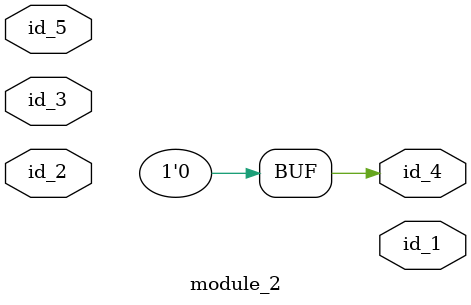
<source format=v>
module module_0;
  wire id_1;
  wire id_3;
endmodule
module module_1 (
    id_1,
    id_2,
    id_3,
    id_4
);
  output wire id_4;
  output wire id_3;
  output wire id_2;
  input wire id_1;
  assign id_4 = &id_1;
  assign id_2[1] = id_1;
  always #1 if (1'b0) id_3 = id_1;
  module_0 modCall_1 ();
endmodule
module module_2 (
    id_1,
    id_2,
    id_3,
    id_4,
    id_5
);
  input wire id_5;
  output wire id_4;
  inout wire id_3;
  inout wire id_2;
  output wire id_1;
  assign id_4 = "";
  module_0 modCall_1 ();
endmodule

</source>
